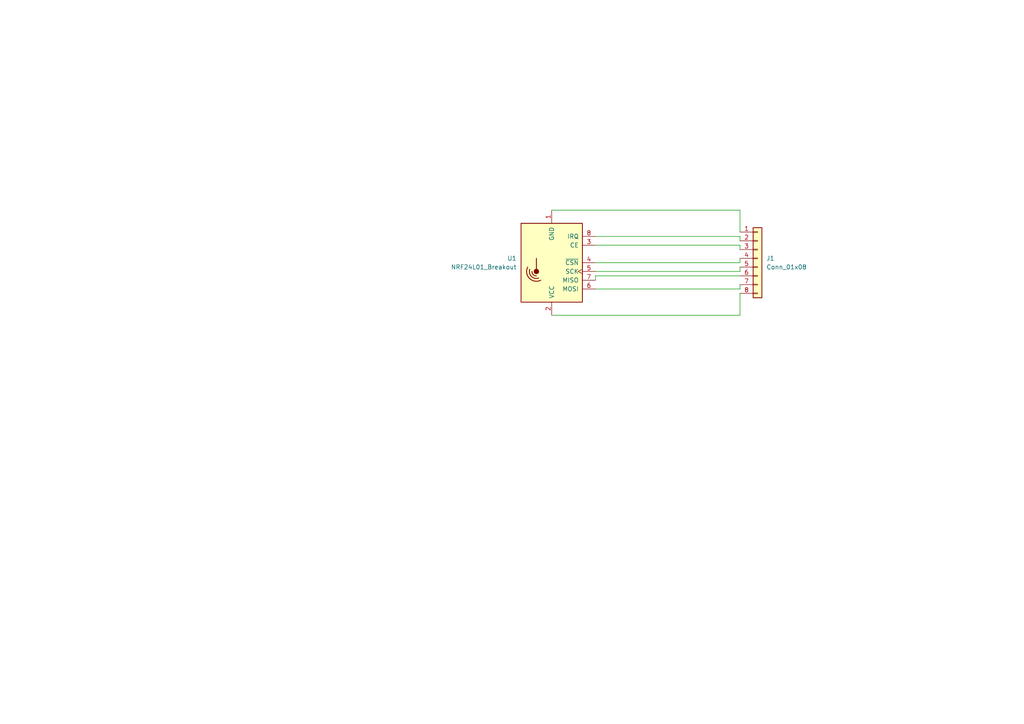
<source format=kicad_sch>
(kicad_sch (version 20230121) (generator eeschema)
  (paper "A4")
  (title_block (title "nRF24 Breakout Board") (date "2023-12-10"))
  (lib_symbols
    (symbol "Connector_Generic:Conn_01x08" (pin_names (offset 1.016) hide)
      (property "Reference" "J" (at 0 10.16 0))
      (property "Value" "Conn_01x08" (at 0 -12.7 0))
      (symbol "Conn_01x08_1_1"
        (rectangle (start -1.27 -10.033) (end 0 -10.287) (stroke (width 0.1524)))
        (rectangle (start -1.27 -7.493) (end 0 -7.747) (stroke (width 0.1524)))
        (rectangle (start -1.27 -4.953) (end 0 -5.207) (stroke (width 0.1524)))
        (rectangle (start -1.27 -2.413) (end 0 -2.667) (stroke (width 0.1524)))
        (rectangle (start -1.27 0.127) (end 0 -0.127) (stroke (width 0.1524)))
        (rectangle (start -1.27 2.667) (end 0 2.413) (stroke (width 0.1524)))
        (rectangle (start -1.27 5.207) (end 0 4.953) (stroke (width 0.1524)))
        (rectangle (start -1.27 7.747) (end 0 7.493) (stroke (width 0.1524)))
        (rectangle (start -1.27 8.89) (end 1.27 -11.43) (stroke (width 0.254)) (fill (type background)))
        (pin passive line (at -5.08 7.62 0) (length 3.81) (name "Pin_1") (number "1"))
        (pin passive line (at -5.08 5.08 0) (length 3.81) (name "Pin_2") (number "2"))
        (pin passive line (at -5.08 2.54 0) (length 3.81) (name "Pin_3") (number "3"))
        (pin passive line (at -5.08 0 0) (length 3.81) (name "Pin_4") (number "4"))
        (pin passive line (at -5.08 -2.54 0) (length 3.81) (name "Pin_5") (number "5"))
        (pin passive line (at -5.08 -5.08 0) (length 3.81) (name "Pin_6") (number "6"))
        (pin passive line (at -5.08 -7.62 0) (length 3.81) (name "Pin_7") (number "7"))
        (pin passive line (at -5.08 -10.16 0) (length 3.81) (name "Pin_8") (number "8"))
      )
    )
    (symbol "RF:NRF24L01_Breakout" (pin_names (offset 1.016))
      (property "Reference" "U" (at -8.89 12.7 0))
      (property "Value" "NRF24L01_Breakout" (at 3.81 12.7 0))
      (symbol "NRF24L01_Breakout_0_1"
        (rectangle (start -8.89 11.43) (end 8.89 -11.43) (stroke (width 0.254)) (fill (type background)))
        (polyline (pts (xy 4.445 1.905) (xy 4.445 -1.27)) (stroke (width 0.254)))
        (circle (center 4.445 2.54) (radius 0.635) (stroke (width 0.254)) (fill (type outline)))
        (arc (start 5.715 2.54) (mid 5.3521 3.4546) (end 4.445 3.81) (stroke (width 0.254)))
        (arc (start 6.35 1.905) (mid 5.8763 3.9854) (end 3.81 4.445) (stroke (width 0.254)))
        (arc (start 6.985 1.27) (mid 6.453 4.548) (end 3.175 5.08) (stroke (width 0.254)))
      )
      (symbol "NRF24L01_Breakout_1_1"
        (pin power_in line (at 0 -15.24 90) (length 3.81) (name "GND") (number "1"))
        (pin power_in line (at 0 15.24 270) (length 3.81) (name "VCC") (number "2"))
        (pin input line (at -12.7 -5.08 0) (length 3.81) (name "CE") (number "3"))
        (pin input line (at -12.7 0 0) (length 3.81) (name "~{CSN}") (number "4"))
        (pin input clock (at -12.7 2.54 0) (length 3.81) (name "SCK") (number "5"))
        (pin input line (at -12.7 7.62 0) (length 3.81) (name "MOSI") (number "6"))
        (pin output line (at -12.7 5.08 0) (length 3.81) (name "MISO") (number "7"))
        (pin output line (at -12.7 -7.62 0) (length 3.81) (name "IRQ") (number "8"))
      )
    )
  )
  (wire (pts (xy 172.72 83.82) (xy 214.63 83.82)))
  (wire (pts (xy 214.63 76.2) (xy 214.63 74.93)))
  (wire (pts (xy 172.72 78.74) (xy 214.63 78.74)))
  (wire (pts (xy 160.02 60.96) (xy 214.63 60.96)))
  (wire (pts (xy 172.72 68.58) (xy 214.63 68.58)))
  (wire (pts (xy 214.63 85.09) (xy 214.63 91.44)))
  (wire (pts (xy 214.63 78.74) (xy 214.63 77.47)))
  (wire (pts (xy 214.63 68.58) (xy 214.63 69.85)))
  (wire (pts (xy 214.63 60.96) (xy 214.63 67.31)))
  (wire (pts (xy 172.72 76.2) (xy 214.63 76.2)))
  (wire (pts (xy 172.72 71.12) (xy 214.63 71.12)))
  (wire (pts (xy 172.72 80.01) (xy 172.72 81.28)))
  (wire (pts (xy 214.63 91.44) (xy 160.02 91.44)))
  (wire (pts (xy 214.63 80.01) (xy 172.72 80.01)))
  (wire (pts (xy 214.63 83.82) (xy 214.63 82.55)))
  (wire (pts (xy 214.63 71.12) (xy 214.63 72.39)))
  (symbol (lib_id "RF:NRF24L01_Breakout") (at 160.02 76.2 180) (unit 1)
    (property "Reference" "U1" (at 149.86 74.93 0) (effects (justify left)))
    (property "Value" "NRF24L01_Breakout" (at 149.86 77.47 0) (effects (justify left)))
    (property "Footprint" "RF_Module:nRF24L01_Breakout" (effects hide))
    (property "Datasheet" "http://www.nordicsemi.com/eng/content/download/2730/34105/file/nRF24L01_Product_Specification_v2_0.pdf" (effects hide))
  )
  (symbol (lib_id "Connector_Generic:Conn_01x08") (at 219.71 74.93 0) (unit 1)
    (property "Reference" "J1" (at 222.25 74.93 0) (effects (justify left)))
    (property "Value" "Conn_01x08" (at 222.25 77.47 0) (effects (justify left)))
  )
)
</source>
